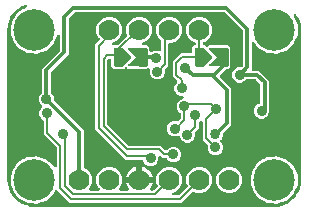
<source format=gbr>
G04 EAGLE Gerber RS-274X export*
G75*
%MOMM*%
%FSLAX34Y34*%
%LPD*%
%INBottom Copper*%
%IPPOS*%
%AMOC8*
5,1,8,0,0,1.08239X$1,22.5*%
G01*
%ADD10C,3.516000*%
%ADD11C,1.778000*%
%ADD12C,0.381000*%
%ADD13C,0.889000*%
%ADD14C,0.856400*%
%ADD15C,0.304800*%
%ADD16C,0.203200*%

G36*
X228622Y2543D02*
X228622Y2543D01*
X228700Y2545D01*
X232077Y2810D01*
X232145Y2824D01*
X232214Y2829D01*
X232370Y2869D01*
X238794Y4956D01*
X238901Y5006D01*
X239012Y5050D01*
X239063Y5083D01*
X239082Y5091D01*
X239097Y5104D01*
X239148Y5136D01*
X244612Y9107D01*
X244699Y9188D01*
X244746Y9227D01*
X244752Y9231D01*
X244753Y9233D01*
X244791Y9264D01*
X244829Y9310D01*
X244844Y9324D01*
X244855Y9342D01*
X244893Y9388D01*
X246586Y11717D01*
X246599Y11741D01*
X246616Y11761D01*
X246675Y11880D01*
X246739Y11996D01*
X246746Y12022D01*
X246758Y12046D01*
X246785Y12174D01*
X246799Y12185D01*
X246823Y12196D01*
X246925Y12281D01*
X247031Y12361D01*
X247048Y12381D01*
X247068Y12398D01*
X247171Y12522D01*
X248864Y14852D01*
X248921Y14956D01*
X248985Y15056D01*
X249007Y15113D01*
X249017Y15131D01*
X249022Y15151D01*
X249044Y15206D01*
X251131Y21630D01*
X251144Y21698D01*
X251167Y21764D01*
X251190Y21923D01*
X251455Y25300D01*
X251455Y25304D01*
X251456Y25307D01*
X251455Y25326D01*
X251459Y25400D01*
X251459Y152400D01*
X251457Y152422D01*
X251455Y152500D01*
X251190Y155877D01*
X251176Y155945D01*
X251171Y156014D01*
X251131Y156170D01*
X249044Y162594D01*
X248993Y162701D01*
X248950Y162812D01*
X248917Y162863D01*
X248909Y162882D01*
X248896Y162897D01*
X248864Y162948D01*
X247171Y165278D01*
X247153Y165297D01*
X247139Y165320D01*
X247044Y165413D01*
X246953Y165509D01*
X246931Y165524D01*
X246912Y165542D01*
X246797Y165609D01*
X246685Y165680D01*
X246659Y165688D01*
X246636Y165701D01*
X246508Y165737D01*
X246382Y165778D01*
X246356Y165780D01*
X246330Y165787D01*
X246197Y165790D01*
X246065Y165798D01*
X246039Y165793D01*
X246012Y165794D01*
X245883Y165764D01*
X245753Y165739D01*
X245728Y165727D01*
X245703Y165721D01*
X245585Y165660D01*
X245465Y165604D01*
X245444Y165587D01*
X245421Y165574D01*
X245322Y165485D01*
X245220Y165401D01*
X245204Y165380D01*
X245184Y165362D01*
X245110Y165251D01*
X245032Y165144D01*
X245023Y165119D01*
X245008Y165097D01*
X244964Y164972D01*
X244915Y164848D01*
X244912Y164822D01*
X244903Y164797D01*
X244892Y164665D01*
X244875Y164533D01*
X244878Y164506D01*
X244876Y164480D01*
X244898Y164349D01*
X244914Y164217D01*
X244924Y164192D01*
X244929Y164166D01*
X244985Y164015D01*
X245100Y163756D01*
X245179Y163626D01*
X245450Y162971D01*
X245455Y162962D01*
X245463Y162941D01*
X248292Y156586D01*
X248292Y148214D01*
X245463Y141859D01*
X245460Y141849D01*
X245450Y141829D01*
X245194Y141211D01*
X245175Y141187D01*
X245170Y141179D01*
X245168Y141175D01*
X245163Y141164D01*
X245100Y141044D01*
X244887Y140566D01*
X241053Y137114D01*
X241041Y137100D01*
X241005Y137068D01*
X239710Y135773D01*
X239641Y135745D01*
X239524Y135678D01*
X239404Y135615D01*
X239377Y135594D01*
X239365Y135587D01*
X239350Y135572D01*
X239278Y135515D01*
X238666Y134965D01*
X234502Y133612D01*
X234483Y133603D01*
X234409Y133577D01*
X232501Y132787D01*
X232165Y132787D01*
X232047Y132772D01*
X231929Y132765D01*
X231870Y132750D01*
X231850Y132747D01*
X231831Y132740D01*
X231773Y132725D01*
X230704Y132378D01*
X226876Y132780D01*
X226858Y132780D01*
X226743Y132787D01*
X224699Y132787D01*
X224151Y133014D01*
X224052Y133041D01*
X223957Y133077D01*
X223865Y133092D01*
X223844Y133098D01*
X223831Y133098D01*
X223798Y133104D01*
X222379Y133253D01*
X219415Y134964D01*
X219413Y134965D01*
X219410Y134967D01*
X219266Y135038D01*
X217490Y135773D01*
X216893Y136370D01*
X216826Y136422D01*
X216765Y136483D01*
X216651Y136558D01*
X216642Y136565D01*
X216638Y136567D01*
X216631Y136572D01*
X215129Y137439D01*
X213339Y139903D01*
X213326Y139917D01*
X213316Y139933D01*
X213209Y140054D01*
X211973Y141290D01*
X211739Y141856D01*
X211704Y141917D01*
X211678Y141982D01*
X211626Y142055D01*
X211581Y142133D01*
X211532Y142183D01*
X211492Y142239D01*
X211422Y142297D01*
X211360Y142361D01*
X211300Y142398D01*
X211247Y142442D01*
X211165Y142480D01*
X211089Y142527D01*
X211022Y142548D01*
X210959Y142578D01*
X210871Y142595D01*
X210785Y142621D01*
X210715Y142624D01*
X210646Y142637D01*
X210557Y142632D01*
X210467Y142636D01*
X210399Y142622D01*
X210329Y142618D01*
X210244Y142590D01*
X210156Y142572D01*
X210093Y142541D01*
X210027Y142520D01*
X209951Y142472D01*
X209870Y142432D01*
X209817Y142387D01*
X209758Y142350D01*
X209696Y142284D01*
X209628Y142226D01*
X209588Y142169D01*
X209540Y142118D01*
X209497Y142039D01*
X209445Y141966D01*
X209420Y141901D01*
X209386Y141839D01*
X209364Y141752D01*
X209332Y141668D01*
X209324Y141599D01*
X209307Y141531D01*
X209297Y141371D01*
X209297Y119126D01*
X209312Y119008D01*
X209319Y118889D01*
X209332Y118851D01*
X209337Y118810D01*
X209380Y118700D01*
X209417Y118587D01*
X209439Y118552D01*
X209454Y118515D01*
X209523Y118419D01*
X209587Y118318D01*
X209617Y118290D01*
X209640Y118257D01*
X209732Y118181D01*
X209819Y118100D01*
X209854Y118080D01*
X209885Y118055D01*
X209993Y118004D01*
X210097Y117946D01*
X210137Y117936D01*
X210173Y117919D01*
X210290Y117897D01*
X210405Y117867D01*
X210465Y117863D01*
X210485Y117859D01*
X210506Y117861D01*
X210566Y117857D01*
X215468Y117857D01*
X223902Y109423D01*
X223902Y86587D01*
X223903Y86578D01*
X223902Y86569D01*
X223923Y86420D01*
X223942Y86272D01*
X223945Y86263D01*
X223946Y86254D01*
X223998Y86102D01*
X224410Y85109D01*
X224410Y82531D01*
X223424Y80151D01*
X221601Y78328D01*
X219221Y77342D01*
X216643Y77342D01*
X214263Y78328D01*
X212440Y80151D01*
X211454Y82531D01*
X211454Y85109D01*
X212440Y87489D01*
X214263Y89312D01*
X216005Y90033D01*
X216030Y90048D01*
X216058Y90057D01*
X216168Y90126D01*
X216281Y90191D01*
X216302Y90211D01*
X216327Y90227D01*
X216416Y90322D01*
X216509Y90412D01*
X216525Y90437D01*
X216545Y90459D01*
X216608Y90572D01*
X216676Y90683D01*
X216684Y90711D01*
X216699Y90737D01*
X216731Y90863D01*
X216769Y90987D01*
X216771Y91017D01*
X216778Y91045D01*
X216788Y91206D01*
X216788Y105951D01*
X216776Y106049D01*
X216773Y106148D01*
X216756Y106206D01*
X216748Y106267D01*
X216712Y106359D01*
X216684Y106454D01*
X216654Y106506D01*
X216631Y106562D01*
X216573Y106642D01*
X216523Y106728D01*
X216457Y106803D01*
X216445Y106820D01*
X216435Y106827D01*
X216417Y106849D01*
X212894Y110372D01*
X212815Y110432D01*
X212743Y110500D01*
X212690Y110529D01*
X212642Y110566D01*
X212551Y110606D01*
X212465Y110654D01*
X212406Y110669D01*
X212350Y110693D01*
X212252Y110708D01*
X212157Y110733D01*
X212057Y110739D01*
X212036Y110743D01*
X212024Y110741D01*
X211996Y110743D01*
X205520Y110743D01*
X205422Y110731D01*
X205323Y110728D01*
X205264Y110711D01*
X205204Y110703D01*
X205112Y110667D01*
X205017Y110639D01*
X204965Y110609D01*
X204909Y110586D01*
X204829Y110528D01*
X204743Y110478D01*
X204668Y110412D01*
X204651Y110400D01*
X204644Y110390D01*
X204622Y110372D01*
X203059Y108808D01*
X200679Y107822D01*
X198101Y107822D01*
X195721Y108808D01*
X193898Y110631D01*
X192912Y113011D01*
X192912Y115589D01*
X193898Y117969D01*
X195721Y119792D01*
X198101Y120778D01*
X200312Y120778D01*
X200410Y120790D01*
X200509Y120793D01*
X200567Y120810D01*
X200628Y120818D01*
X200720Y120854D01*
X200815Y120882D01*
X200867Y120912D01*
X200923Y120935D01*
X201003Y120993D01*
X201089Y121043D01*
X201164Y121109D01*
X201181Y121121D01*
X201188Y121131D01*
X201210Y121150D01*
X201812Y121752D01*
X201872Y121830D01*
X201940Y121902D01*
X201969Y121955D01*
X202006Y122003D01*
X202046Y122093D01*
X202094Y122180D01*
X202109Y122239D01*
X202133Y122295D01*
X202148Y122393D01*
X202173Y122488D01*
X202179Y122588D01*
X202183Y122609D01*
X202181Y122621D01*
X202183Y122649D01*
X202183Y151036D01*
X202171Y151134D01*
X202168Y151233D01*
X202151Y151291D01*
X202143Y151352D01*
X202107Y151444D01*
X202079Y151539D01*
X202059Y151574D01*
X202056Y151582D01*
X202046Y151599D01*
X202026Y151647D01*
X201968Y151727D01*
X201918Y151813D01*
X201890Y151844D01*
X201886Y151851D01*
X201876Y151860D01*
X201852Y151888D01*
X201840Y151905D01*
X201830Y151912D01*
X201812Y151934D01*
X186859Y166887D01*
X186780Y166947D01*
X186708Y167015D01*
X186655Y167044D01*
X186607Y167081D01*
X186516Y167121D01*
X186430Y167169D01*
X186371Y167184D01*
X186315Y167208D01*
X186217Y167223D01*
X186122Y167248D01*
X186022Y167254D01*
X186001Y167258D01*
X185989Y167256D01*
X185961Y167258D01*
X60419Y167258D01*
X60321Y167246D01*
X60222Y167243D01*
X60164Y167226D01*
X60103Y167218D01*
X60011Y167182D01*
X59916Y167154D01*
X59864Y167124D01*
X59808Y167101D01*
X59728Y167043D01*
X59642Y166993D01*
X59567Y166927D01*
X59550Y166915D01*
X59543Y166905D01*
X59521Y166887D01*
X54728Y162094D01*
X54668Y162015D01*
X54600Y161943D01*
X54580Y161907D01*
X54556Y161878D01*
X54547Y161860D01*
X54534Y161842D01*
X54494Y161751D01*
X54446Y161665D01*
X54436Y161623D01*
X54420Y161590D01*
X54417Y161572D01*
X54407Y161550D01*
X54392Y161452D01*
X54367Y161357D01*
X54363Y161290D01*
X54360Y161277D01*
X54361Y161264D01*
X54361Y161257D01*
X54357Y161236D01*
X54359Y161224D01*
X54357Y161196D01*
X54357Y131877D01*
X39488Y117009D01*
X39428Y116930D01*
X39360Y116858D01*
X39331Y116805D01*
X39294Y116757D01*
X39254Y116666D01*
X39206Y116580D01*
X39191Y116521D01*
X39167Y116465D01*
X39152Y116367D01*
X39127Y116272D01*
X39121Y116172D01*
X39117Y116151D01*
X39119Y116139D01*
X39117Y116111D01*
X39117Y100110D01*
X39129Y100012D01*
X39132Y99913D01*
X39149Y99854D01*
X39157Y99794D01*
X39193Y99702D01*
X39221Y99607D01*
X39251Y99555D01*
X39274Y99499D01*
X39332Y99419D01*
X39382Y99333D01*
X39448Y99258D01*
X39460Y99241D01*
X39470Y99234D01*
X39488Y99212D01*
X41052Y97649D01*
X42038Y95269D01*
X42038Y93058D01*
X42050Y92960D01*
X42053Y92861D01*
X42070Y92803D01*
X42078Y92742D01*
X42114Y92650D01*
X42142Y92555D01*
X42172Y92503D01*
X42195Y92447D01*
X42253Y92367D01*
X42303Y92281D01*
X42369Y92206D01*
X42381Y92189D01*
X42391Y92182D01*
X42409Y92160D01*
X67057Y67513D01*
X67057Y36598D01*
X67060Y36568D01*
X67058Y36539D01*
X67080Y36411D01*
X67097Y36282D01*
X67107Y36255D01*
X67112Y36225D01*
X67166Y36107D01*
X67214Y35986D01*
X67231Y35962D01*
X67243Y35935D01*
X67324Y35834D01*
X67400Y35729D01*
X67423Y35710D01*
X67442Y35687D01*
X67545Y35609D01*
X67645Y35526D01*
X67672Y35514D01*
X67696Y35496D01*
X67840Y35425D01*
X69687Y34660D01*
X72760Y31587D01*
X74423Y27573D01*
X74423Y23227D01*
X72760Y19213D01*
X72098Y18550D01*
X72013Y18441D01*
X71924Y18334D01*
X71915Y18315D01*
X71903Y18299D01*
X71847Y18171D01*
X71788Y18046D01*
X71784Y18026D01*
X71776Y18007D01*
X71754Y17869D01*
X71728Y17733D01*
X71730Y17713D01*
X71726Y17693D01*
X71739Y17554D01*
X71748Y17416D01*
X71754Y17397D01*
X71756Y17377D01*
X71803Y17246D01*
X71846Y17114D01*
X71857Y17096D01*
X71864Y17077D01*
X71942Y16963D01*
X72016Y16845D01*
X72031Y16831D01*
X72042Y16814D01*
X72146Y16722D01*
X72248Y16627D01*
X72266Y16617D01*
X72281Y16604D01*
X72405Y16541D01*
X72526Y16473D01*
X72546Y16468D01*
X72564Y16459D01*
X72700Y16429D01*
X72834Y16394D01*
X72862Y16392D01*
X72874Y16389D01*
X72895Y16390D01*
X72995Y16384D01*
X79405Y16384D01*
X79543Y16401D01*
X79681Y16414D01*
X79700Y16421D01*
X79721Y16424D01*
X79850Y16475D01*
X79981Y16522D01*
X79997Y16533D01*
X80016Y16541D01*
X80128Y16622D01*
X80244Y16700D01*
X80257Y16716D01*
X80274Y16727D01*
X80362Y16835D01*
X80454Y16939D01*
X80463Y16957D01*
X80476Y16972D01*
X80536Y17098D01*
X80599Y17222D01*
X80603Y17242D01*
X80612Y17260D01*
X80638Y17397D01*
X80668Y17532D01*
X80668Y17553D01*
X80672Y17572D01*
X80663Y17711D01*
X80659Y17850D01*
X80653Y17870D01*
X80652Y17890D01*
X80609Y18022D01*
X80570Y18156D01*
X80560Y18173D01*
X80554Y18192D01*
X80480Y18310D01*
X80409Y18430D01*
X80390Y18451D01*
X80384Y18461D01*
X80369Y18475D01*
X80302Y18550D01*
X79640Y19213D01*
X77977Y23227D01*
X77977Y27573D01*
X79640Y31587D01*
X82713Y34660D01*
X86727Y36323D01*
X91073Y36323D01*
X95087Y34660D01*
X98160Y31587D01*
X99823Y27573D01*
X99823Y23227D01*
X98160Y19213D01*
X97498Y18550D01*
X97413Y18441D01*
X97324Y18334D01*
X97315Y18315D01*
X97303Y18299D01*
X97247Y18171D01*
X97188Y18046D01*
X97184Y18026D01*
X97176Y18007D01*
X97154Y17869D01*
X97128Y17733D01*
X97130Y17713D01*
X97126Y17693D01*
X97139Y17554D01*
X97148Y17416D01*
X97154Y17397D01*
X97156Y17377D01*
X97203Y17246D01*
X97246Y17114D01*
X97257Y17096D01*
X97264Y17077D01*
X97342Y16963D01*
X97416Y16845D01*
X97431Y16831D01*
X97442Y16814D01*
X97546Y16722D01*
X97648Y16627D01*
X97666Y16617D01*
X97681Y16604D01*
X97805Y16541D01*
X97926Y16473D01*
X97946Y16468D01*
X97964Y16459D01*
X98100Y16429D01*
X98234Y16394D01*
X98262Y16392D01*
X98274Y16389D01*
X98295Y16390D01*
X98395Y16384D01*
X104231Y16384D01*
X104270Y16389D01*
X104310Y16386D01*
X104427Y16409D01*
X104546Y16424D01*
X104583Y16438D01*
X104622Y16446D01*
X104730Y16497D01*
X104842Y16541D01*
X104874Y16564D01*
X104910Y16581D01*
X105002Y16657D01*
X105099Y16727D01*
X105124Y16758D01*
X105155Y16783D01*
X105226Y16880D01*
X105302Y16972D01*
X105319Y17008D01*
X105342Y17041D01*
X105387Y17152D01*
X105437Y17260D01*
X105445Y17299D01*
X105460Y17336D01*
X105475Y17455D01*
X105497Y17572D01*
X105495Y17612D01*
X105500Y17652D01*
X105485Y17770D01*
X105477Y17890D01*
X105465Y17928D01*
X105460Y17967D01*
X105416Y18079D01*
X105379Y18192D01*
X105358Y18226D01*
X105344Y18263D01*
X105257Y18399D01*
X104524Y19409D01*
X103707Y21012D01*
X103151Y22723D01*
X103123Y22901D01*
X113070Y22901D01*
X113188Y22916D01*
X113307Y22923D01*
X113345Y22935D01*
X113385Y22941D01*
X113496Y22984D01*
X113609Y23021D01*
X113643Y23043D01*
X113681Y23058D01*
X113777Y23127D01*
X113878Y23191D01*
X113906Y23221D01*
X113938Y23244D01*
X114014Y23336D01*
X114096Y23423D01*
X114115Y23458D01*
X114141Y23489D01*
X114192Y23597D01*
X114249Y23701D01*
X114259Y23741D01*
X114277Y23777D01*
X114297Y23884D01*
X114301Y23854D01*
X114345Y23744D01*
X114381Y23631D01*
X114403Y23596D01*
X114418Y23559D01*
X114488Y23462D01*
X114551Y23362D01*
X114581Y23334D01*
X114605Y23301D01*
X114696Y23225D01*
X114783Y23144D01*
X114818Y23124D01*
X114850Y23099D01*
X114957Y23048D01*
X115062Y22990D01*
X115101Y22980D01*
X115137Y22963D01*
X115254Y22941D01*
X115370Y22911D01*
X115430Y22907D01*
X115450Y22903D01*
X115470Y22905D01*
X115530Y22901D01*
X125477Y22901D01*
X125449Y22723D01*
X124893Y21012D01*
X124076Y19409D01*
X123343Y18399D01*
X123324Y18364D01*
X123298Y18334D01*
X123247Y18225D01*
X123189Y18120D01*
X123179Y18082D01*
X123163Y18046D01*
X123140Y17928D01*
X123110Y17812D01*
X123110Y17773D01*
X123103Y17733D01*
X123110Y17614D01*
X123110Y17494D01*
X123120Y17456D01*
X123123Y17416D01*
X123159Y17303D01*
X123189Y17186D01*
X123208Y17151D01*
X123221Y17114D01*
X123285Y17012D01*
X123342Y16908D01*
X123369Y16879D01*
X123391Y16845D01*
X123478Y16763D01*
X123560Y16676D01*
X123593Y16654D01*
X123622Y16627D01*
X123727Y16569D01*
X123828Y16505D01*
X123866Y16493D01*
X123901Y16473D01*
X124017Y16444D01*
X124131Y16406D01*
X124170Y16404D01*
X124209Y16394D01*
X124369Y16384D01*
X125846Y16384D01*
X125945Y16396D01*
X126044Y16399D01*
X126102Y16416D01*
X126162Y16424D01*
X126254Y16460D01*
X126349Y16488D01*
X126401Y16518D01*
X126458Y16541D01*
X126538Y16599D01*
X126623Y16649D01*
X126698Y16715D01*
X126715Y16727D01*
X126723Y16737D01*
X126744Y16755D01*
X129478Y19489D01*
X129496Y19513D01*
X129518Y19532D01*
X129593Y19638D01*
X129673Y19740D01*
X129684Y19768D01*
X129701Y19792D01*
X129747Y19913D01*
X129799Y20032D01*
X129804Y20061D01*
X129814Y20089D01*
X129828Y20218D01*
X129849Y20346D01*
X129846Y20376D01*
X129849Y20405D01*
X129831Y20534D01*
X129819Y20663D01*
X129809Y20691D01*
X129805Y20720D01*
X129753Y20872D01*
X128777Y23227D01*
X128777Y27573D01*
X130440Y31587D01*
X133513Y34660D01*
X137527Y36323D01*
X141873Y36323D01*
X145887Y34660D01*
X148960Y31587D01*
X150623Y27573D01*
X150623Y23227D01*
X148960Y19213D01*
X145887Y16140D01*
X142559Y14762D01*
X142498Y14727D01*
X142434Y14701D01*
X142361Y14649D01*
X142283Y14604D01*
X142233Y14555D01*
X142176Y14515D01*
X142119Y14445D01*
X142054Y14383D01*
X142018Y14323D01*
X141973Y14270D01*
X141935Y14188D01*
X141888Y14112D01*
X141868Y14045D01*
X141838Y13982D01*
X141821Y13894D01*
X141795Y13808D01*
X141791Y13738D01*
X141778Y13669D01*
X141784Y13580D01*
X141779Y13490D01*
X141794Y13422D01*
X141798Y13352D01*
X141826Y13267D01*
X141844Y13179D01*
X141874Y13116D01*
X141896Y13050D01*
X141944Y12974D01*
X141983Y12893D01*
X142029Y12840D01*
X142066Y12781D01*
X142131Y12719D01*
X142190Y12651D01*
X142247Y12611D01*
X142298Y12563D01*
X142376Y12520D01*
X142450Y12468D01*
X142515Y12443D01*
X142576Y12409D01*
X142663Y12387D01*
X142747Y12355D01*
X142817Y12347D01*
X142884Y12330D01*
X143045Y12320D01*
X147182Y12320D01*
X147281Y12332D01*
X147380Y12335D01*
X147438Y12352D01*
X147498Y12360D01*
X147590Y12396D01*
X147685Y12424D01*
X147737Y12454D01*
X147794Y12477D01*
X147874Y12535D01*
X147959Y12585D01*
X148034Y12651D01*
X148051Y12663D01*
X148059Y12673D01*
X148080Y12691D01*
X154878Y19489D01*
X154896Y19513D01*
X154918Y19532D01*
X154993Y19638D01*
X155073Y19740D01*
X155084Y19768D01*
X155101Y19792D01*
X155147Y19913D01*
X155199Y20032D01*
X155204Y20061D01*
X155214Y20089D01*
X155228Y20218D01*
X155249Y20346D01*
X155246Y20376D01*
X155249Y20405D01*
X155231Y20534D01*
X155219Y20663D01*
X155209Y20691D01*
X155205Y20720D01*
X155153Y20872D01*
X154177Y23227D01*
X154177Y27573D01*
X155840Y31587D01*
X158913Y34660D01*
X162927Y36323D01*
X167273Y36323D01*
X171287Y34660D01*
X174360Y31587D01*
X176023Y27573D01*
X176023Y23227D01*
X174360Y19213D01*
X171287Y16140D01*
X167273Y14477D01*
X162927Y14477D01*
X160572Y15453D01*
X160544Y15461D01*
X160518Y15474D01*
X160391Y15502D01*
X160266Y15537D01*
X160236Y15537D01*
X160207Y15544D01*
X160078Y15540D01*
X159948Y15542D01*
X159919Y15535D01*
X159889Y15534D01*
X159765Y15498D01*
X159638Y15468D01*
X159612Y15454D01*
X159584Y15446D01*
X159472Y15380D01*
X159357Y15319D01*
X159335Y15299D01*
X159310Y15284D01*
X159189Y15178D01*
X152391Y8380D01*
X150234Y6222D01*
X55184Y6222D01*
X44889Y16518D01*
X44863Y16538D01*
X44841Y16563D01*
X44737Y16635D01*
X44637Y16713D01*
X44607Y16726D01*
X44580Y16745D01*
X44462Y16789D01*
X44346Y16839D01*
X44313Y16844D01*
X44282Y16856D01*
X44156Y16869D01*
X44032Y16889D01*
X43999Y16886D01*
X43966Y16889D01*
X43841Y16871D01*
X43715Y16859D01*
X43684Y16848D01*
X43651Y16843D01*
X43535Y16794D01*
X43416Y16752D01*
X43388Y16733D01*
X43358Y16720D01*
X43257Y16644D01*
X43152Y16573D01*
X43131Y16548D01*
X43104Y16528D01*
X43026Y16429D01*
X42942Y16335D01*
X42927Y16305D01*
X42906Y16279D01*
X42832Y16137D01*
X42263Y14859D01*
X42260Y14849D01*
X42250Y14829D01*
X41994Y14211D01*
X41975Y14187D01*
X41970Y14179D01*
X41968Y14175D01*
X41963Y14164D01*
X41900Y14044D01*
X41687Y13566D01*
X37853Y10114D01*
X37841Y10100D01*
X37805Y10068D01*
X36510Y8773D01*
X36441Y8745D01*
X36324Y8678D01*
X36204Y8615D01*
X36177Y8594D01*
X36165Y8587D01*
X36150Y8572D01*
X36078Y8515D01*
X35466Y7965D01*
X31302Y6612D01*
X31283Y6603D01*
X31209Y6577D01*
X29301Y5787D01*
X28965Y5787D01*
X28847Y5772D01*
X28729Y5765D01*
X28670Y5750D01*
X28650Y5747D01*
X28631Y5740D01*
X28573Y5725D01*
X27504Y5378D01*
X23676Y5780D01*
X23658Y5780D01*
X23543Y5787D01*
X21499Y5787D01*
X20951Y6014D01*
X20852Y6041D01*
X20757Y6077D01*
X20665Y6092D01*
X20644Y6098D01*
X20631Y6098D01*
X20598Y6104D01*
X19416Y6228D01*
X19390Y6227D01*
X19364Y6232D01*
X19231Y6224D01*
X19173Y6223D01*
X19147Y6250D01*
X19125Y6265D01*
X19106Y6283D01*
X18972Y6372D01*
X16215Y7964D01*
X16213Y7965D01*
X16210Y7967D01*
X16066Y8038D01*
X14290Y8773D01*
X13693Y9370D01*
X13626Y9422D01*
X13565Y9483D01*
X13451Y9558D01*
X13442Y9565D01*
X13438Y9567D01*
X13431Y9572D01*
X11929Y10439D01*
X10139Y12903D01*
X10126Y12917D01*
X10116Y12933D01*
X10009Y13054D01*
X8773Y14290D01*
X8357Y15296D01*
X8322Y15356D01*
X8297Y15420D01*
X8211Y15556D01*
X7008Y17211D01*
X6447Y19849D01*
X6436Y19883D01*
X6431Y19919D01*
X6379Y20071D01*
X5787Y21499D01*
X5787Y22822D01*
X5781Y22874D01*
X5783Y22926D01*
X5760Y23086D01*
X5268Y25400D01*
X5760Y27714D01*
X5764Y27767D01*
X5777Y27817D01*
X5787Y27978D01*
X5787Y29301D01*
X6379Y30729D01*
X6388Y30763D01*
X6404Y30795D01*
X6447Y30951D01*
X7008Y33589D01*
X8211Y35244D01*
X8244Y35305D01*
X8286Y35360D01*
X8357Y35504D01*
X8773Y36510D01*
X10009Y37746D01*
X10021Y37761D01*
X10036Y37773D01*
X10139Y37897D01*
X11929Y40361D01*
X13431Y41228D01*
X13499Y41280D01*
X13573Y41324D01*
X13675Y41414D01*
X13684Y41421D01*
X13687Y41424D01*
X13693Y41430D01*
X14290Y42027D01*
X16066Y42762D01*
X16068Y42764D01*
X16071Y42764D01*
X16215Y42836D01*
X19179Y44547D01*
X20598Y44696D01*
X20698Y44720D01*
X20799Y44734D01*
X20887Y44764D01*
X20908Y44769D01*
X20920Y44775D01*
X20951Y44786D01*
X21499Y45013D01*
X23543Y45013D01*
X23560Y45015D01*
X23676Y45020D01*
X27504Y45422D01*
X28573Y45075D01*
X28690Y45053D01*
X28805Y45023D01*
X28865Y45019D01*
X28885Y45015D01*
X28906Y45017D01*
X28965Y45013D01*
X29301Y45013D01*
X31209Y44222D01*
X31230Y44217D01*
X31303Y44188D01*
X35466Y42835D01*
X36078Y42285D01*
X36189Y42207D01*
X36297Y42126D01*
X36327Y42111D01*
X36339Y42103D01*
X36359Y42096D01*
X36441Y42055D01*
X36510Y42027D01*
X37805Y40732D01*
X37819Y40721D01*
X37853Y40686D01*
X41687Y37234D01*
X41893Y36771D01*
X41921Y36725D01*
X41941Y36676D01*
X42003Y36590D01*
X42058Y36499D01*
X42096Y36461D01*
X42127Y36418D01*
X42209Y36350D01*
X42285Y36276D01*
X42331Y36250D01*
X42372Y36216D01*
X42469Y36170D01*
X42561Y36117D01*
X42612Y36103D01*
X42660Y36080D01*
X42764Y36060D01*
X42867Y36031D01*
X42920Y36030D01*
X42973Y36020D01*
X43078Y36027D01*
X43185Y36025D01*
X43237Y36037D01*
X43290Y36040D01*
X43391Y36073D01*
X43495Y36097D01*
X43542Y36122D01*
X43592Y36138D01*
X43682Y36195D01*
X43777Y36244D01*
X43816Y36280D01*
X43861Y36308D01*
X43934Y36386D01*
X44013Y36457D01*
X44043Y36501D01*
X44079Y36540D01*
X44130Y36633D01*
X44189Y36721D01*
X44207Y36772D01*
X44233Y36818D01*
X44259Y36921D01*
X44294Y37022D01*
X44299Y37075D01*
X44312Y37126D01*
X44322Y37287D01*
X44322Y52440D01*
X44310Y52539D01*
X44307Y52638D01*
X44290Y52696D01*
X44282Y52756D01*
X44246Y52848D01*
X44218Y52943D01*
X44188Y52995D01*
X44165Y53052D01*
X44107Y53132D01*
X44057Y53217D01*
X43991Y53292D01*
X43979Y53309D01*
X43969Y53317D01*
X43951Y53338D01*
X33146Y64142D01*
X33146Y75318D01*
X33143Y75348D01*
X33145Y75377D01*
X33123Y75505D01*
X33106Y75634D01*
X33096Y75661D01*
X33090Y75691D01*
X33037Y75809D01*
X32989Y75930D01*
X32972Y75953D01*
X32960Y75980D01*
X32879Y76082D01*
X32803Y76187D01*
X32780Y76206D01*
X32761Y76229D01*
X32657Y76307D01*
X32568Y76381D01*
X30703Y78246D01*
X29717Y80626D01*
X29717Y83204D01*
X30703Y85584D01*
X31852Y86732D01*
X31925Y86827D01*
X32003Y86916D01*
X32022Y86952D01*
X32047Y86984D01*
X32094Y87093D01*
X32148Y87199D01*
X32157Y87238D01*
X32173Y87276D01*
X32192Y87393D01*
X32218Y87509D01*
X32216Y87550D01*
X32223Y87590D01*
X32212Y87708D01*
X32208Y87827D01*
X32197Y87866D01*
X32193Y87906D01*
X32153Y88019D01*
X32120Y88133D01*
X32099Y88167D01*
X32085Y88206D01*
X32018Y88304D01*
X31958Y88407D01*
X31918Y88452D01*
X31907Y88469D01*
X31891Y88482D01*
X31852Y88527D01*
X30068Y90311D01*
X29082Y92691D01*
X29082Y95269D01*
X30068Y97649D01*
X31632Y99212D01*
X31692Y99291D01*
X31760Y99363D01*
X31789Y99416D01*
X31826Y99464D01*
X31866Y99555D01*
X31914Y99641D01*
X31929Y99700D01*
X31953Y99756D01*
X31968Y99854D01*
X31993Y99949D01*
X31999Y100049D01*
X32003Y100070D01*
X32001Y100082D01*
X32003Y100110D01*
X32003Y119583D01*
X46872Y134451D01*
X46932Y134530D01*
X47000Y134602D01*
X47029Y134655D01*
X47066Y134703D01*
X47106Y134794D01*
X47154Y134880D01*
X47169Y134939D01*
X47193Y134995D01*
X47208Y135093D01*
X47233Y135188D01*
X47239Y135288D01*
X47243Y135309D01*
X47241Y135321D01*
X47243Y135349D01*
X47243Y147074D01*
X47237Y147127D01*
X47239Y147180D01*
X47217Y147284D01*
X47203Y147389D01*
X47184Y147439D01*
X47173Y147491D01*
X47126Y147586D01*
X47086Y147685D01*
X47055Y147728D01*
X47031Y147776D01*
X46962Y147856D01*
X46900Y147942D01*
X46858Y147976D01*
X46824Y148017D01*
X46737Y148077D01*
X46655Y148145D01*
X46606Y148168D01*
X46563Y148198D01*
X46463Y148235D01*
X46367Y148281D01*
X46315Y148291D01*
X46265Y148309D01*
X46159Y148320D01*
X46055Y148340D01*
X46001Y148337D01*
X45949Y148343D01*
X45843Y148327D01*
X45737Y148321D01*
X45687Y148304D01*
X45634Y148297D01*
X45536Y148255D01*
X45435Y148223D01*
X45390Y148194D01*
X45341Y148174D01*
X45256Y148109D01*
X45166Y148052D01*
X45129Y148014D01*
X45087Y147982D01*
X45021Y147898D01*
X44948Y147821D01*
X44922Y147774D01*
X44889Y147733D01*
X44814Y147590D01*
X42263Y141859D01*
X42260Y141849D01*
X42250Y141828D01*
X41994Y141211D01*
X41975Y141187D01*
X41970Y141179D01*
X41968Y141175D01*
X41963Y141165D01*
X41900Y141044D01*
X41687Y140566D01*
X37853Y137114D01*
X37841Y137100D01*
X37804Y137068D01*
X36510Y135773D01*
X36441Y135745D01*
X36324Y135678D01*
X36204Y135615D01*
X36177Y135594D01*
X36165Y135587D01*
X36149Y135572D01*
X36078Y135515D01*
X35466Y134965D01*
X31302Y133612D01*
X31283Y133603D01*
X31209Y133577D01*
X29301Y132787D01*
X28965Y132787D01*
X28848Y132772D01*
X28729Y132765D01*
X28670Y132750D01*
X28650Y132747D01*
X28631Y132740D01*
X28573Y132725D01*
X27504Y132378D01*
X23676Y132780D01*
X23658Y132780D01*
X23543Y132787D01*
X21499Y132787D01*
X20951Y133014D01*
X20853Y133041D01*
X20757Y133077D01*
X20665Y133092D01*
X20644Y133098D01*
X20631Y133098D01*
X20598Y133104D01*
X19179Y133253D01*
X16215Y134964D01*
X16212Y134965D01*
X16210Y134967D01*
X16066Y135038D01*
X14290Y135773D01*
X13693Y136370D01*
X13626Y136422D01*
X13565Y136483D01*
X13451Y136558D01*
X13442Y136565D01*
X13438Y136567D01*
X13431Y136572D01*
X11929Y137439D01*
X10139Y139903D01*
X10126Y139917D01*
X10116Y139933D01*
X10009Y140054D01*
X8773Y141290D01*
X8357Y142296D01*
X8322Y142356D01*
X8297Y142420D01*
X8211Y142556D01*
X7008Y144211D01*
X6447Y146850D01*
X6436Y146883D01*
X6431Y146919D01*
X6379Y147071D01*
X5787Y148499D01*
X5787Y149822D01*
X5781Y149874D01*
X5783Y149926D01*
X5760Y150086D01*
X5268Y152400D01*
X5760Y154714D01*
X5764Y154767D01*
X5777Y154818D01*
X5787Y154978D01*
X5787Y156301D01*
X6379Y157729D01*
X6388Y157763D01*
X6404Y157795D01*
X6447Y157950D01*
X7008Y160589D01*
X8211Y162244D01*
X8244Y162305D01*
X8286Y162360D01*
X8357Y162504D01*
X8773Y163510D01*
X10009Y164746D01*
X10021Y164761D01*
X10036Y164773D01*
X10139Y164897D01*
X11929Y167361D01*
X13431Y168228D01*
X13499Y168280D01*
X13573Y168324D01*
X13675Y168414D01*
X13684Y168421D01*
X13687Y168424D01*
X13693Y168430D01*
X14290Y169027D01*
X16066Y169762D01*
X16068Y169764D01*
X16070Y169764D01*
X16215Y169836D01*
X18972Y171428D01*
X18993Y171444D01*
X19017Y171455D01*
X19119Y171540D01*
X19225Y171620D01*
X19242Y171641D01*
X19262Y171658D01*
X19340Y171765D01*
X19423Y171869D01*
X19434Y171893D01*
X19449Y171915D01*
X19498Y172038D01*
X19552Y172160D01*
X19557Y172186D01*
X19566Y172211D01*
X19583Y172342D01*
X19605Y172473D01*
X19603Y172500D01*
X19606Y172526D01*
X19590Y172657D01*
X19579Y172790D01*
X19570Y172815D01*
X19567Y172842D01*
X19518Y172965D01*
X19474Y173090D01*
X19460Y173113D01*
X19450Y173137D01*
X19372Y173245D01*
X19299Y173355D01*
X19279Y173373D01*
X19263Y173395D01*
X19161Y173480D01*
X19062Y173568D01*
X19039Y173581D01*
X19018Y173598D01*
X18898Y173655D01*
X18781Y173716D01*
X18755Y173722D01*
X18731Y173733D01*
X18600Y173758D01*
X18471Y173789D01*
X18445Y173788D01*
X18418Y173793D01*
X18286Y173785D01*
X18153Y173783D01*
X18127Y173775D01*
X18101Y173774D01*
X17945Y173734D01*
X15206Y172844D01*
X15099Y172794D01*
X14988Y172750D01*
X14937Y172717D01*
X14918Y172709D01*
X14903Y172696D01*
X14852Y172664D01*
X9388Y168693D01*
X9301Y168612D01*
X9209Y168536D01*
X9171Y168490D01*
X9156Y168476D01*
X9145Y168458D01*
X9107Y168412D01*
X5136Y162948D01*
X5079Y162844D01*
X5015Y162744D01*
X4993Y162687D01*
X4983Y162669D01*
X4978Y162649D01*
X4956Y162594D01*
X2869Y156170D01*
X2856Y156102D01*
X2833Y156036D01*
X2810Y155877D01*
X2545Y152500D01*
X2546Y152478D01*
X2541Y152400D01*
X2541Y25400D01*
X2543Y25378D01*
X2545Y25300D01*
X2810Y21923D01*
X2824Y21855D01*
X2829Y21786D01*
X2869Y21630D01*
X4956Y15206D01*
X5006Y15099D01*
X5050Y14988D01*
X5083Y14937D01*
X5091Y14918D01*
X5104Y14903D01*
X5136Y14852D01*
X9107Y9388D01*
X9127Y9366D01*
X9138Y9348D01*
X9184Y9305D01*
X9188Y9301D01*
X9264Y9209D01*
X9310Y9171D01*
X9324Y9156D01*
X9342Y9145D01*
X9388Y9107D01*
X14852Y5136D01*
X14956Y5079D01*
X15056Y5015D01*
X15113Y4993D01*
X15131Y4983D01*
X15151Y4978D01*
X15206Y4956D01*
X17945Y4066D01*
X17971Y4061D01*
X17996Y4051D01*
X18127Y4031D01*
X18257Y4006D01*
X18284Y4008D01*
X18310Y4004D01*
X18441Y4018D01*
X18455Y4008D01*
X18474Y3989D01*
X18585Y3917D01*
X18694Y3842D01*
X18719Y3832D01*
X18742Y3818D01*
X18891Y3759D01*
X21630Y2869D01*
X21698Y2856D01*
X21764Y2833D01*
X21923Y2810D01*
X25300Y2545D01*
X25322Y2546D01*
X25400Y2541D01*
X228600Y2541D01*
X228622Y2543D01*
G37*
%LPC*%
G36*
X177250Y46608D02*
X177250Y46608D01*
X174870Y47594D01*
X173047Y49417D01*
X172061Y51797D01*
X172061Y54458D01*
X172078Y54518D01*
X172078Y54548D01*
X172085Y54577D01*
X172081Y54706D01*
X172083Y54836D01*
X172076Y54865D01*
X172075Y54895D01*
X172039Y55019D01*
X172009Y55145D01*
X171995Y55171D01*
X171987Y55200D01*
X171921Y55312D01*
X171860Y55426D01*
X171840Y55448D01*
X171825Y55474D01*
X171719Y55595D01*
X169924Y57390D01*
X167766Y59547D01*
X167766Y74055D01*
X167749Y74193D01*
X167736Y74331D01*
X167729Y74350D01*
X167726Y74371D01*
X167675Y74500D01*
X167628Y74631D01*
X167617Y74648D01*
X167609Y74666D01*
X167528Y74779D01*
X167450Y74894D01*
X167434Y74907D01*
X167423Y74924D01*
X167315Y75012D01*
X167211Y75104D01*
X167193Y75114D01*
X167178Y75126D01*
X167052Y75186D01*
X166928Y75249D01*
X166908Y75253D01*
X166890Y75262D01*
X166754Y75288D01*
X166618Y75319D01*
X166597Y75318D01*
X166578Y75322D01*
X166439Y75313D01*
X166300Y75309D01*
X166280Y75303D01*
X166260Y75302D01*
X166128Y75259D01*
X165994Y75221D01*
X165977Y75210D01*
X165958Y75204D01*
X165840Y75130D01*
X165720Y75059D01*
X165699Y75040D01*
X165689Y75034D01*
X165675Y75019D01*
X165599Y74953D01*
X165360Y74713D01*
X165306Y74682D01*
X165285Y74662D01*
X165260Y74646D01*
X165171Y74551D01*
X165078Y74461D01*
X165062Y74436D01*
X165042Y74414D01*
X164979Y74301D01*
X164911Y74190D01*
X164903Y74162D01*
X164888Y74136D01*
X164856Y74010D01*
X164818Y73886D01*
X164816Y73857D01*
X164809Y73828D01*
X164799Y73667D01*
X164799Y69047D01*
X162641Y66890D01*
X162641Y66889D01*
X161760Y66009D01*
X161742Y65985D01*
X161719Y65966D01*
X161645Y65860D01*
X161565Y65758D01*
X161554Y65730D01*
X161536Y65706D01*
X161491Y65585D01*
X161439Y65466D01*
X161434Y65436D01*
X161424Y65408D01*
X161410Y65280D01*
X161389Y65152D01*
X161392Y65122D01*
X161389Y65092D01*
X161407Y64964D01*
X161418Y64849D01*
X161418Y62211D01*
X160432Y59831D01*
X158609Y58008D01*
X156229Y57022D01*
X153651Y57022D01*
X151271Y58008D01*
X149448Y59831D01*
X148480Y62170D01*
X148421Y62273D01*
X148368Y62380D01*
X148342Y62411D01*
X148322Y62446D01*
X148239Y62531D01*
X148162Y62622D01*
X148129Y62645D01*
X148101Y62674D01*
X147999Y62736D01*
X147902Y62805D01*
X147864Y62819D01*
X147830Y62840D01*
X147716Y62875D01*
X147605Y62918D01*
X147564Y62922D01*
X147526Y62934D01*
X147407Y62940D01*
X147289Y62953D01*
X147248Y62947D01*
X147208Y62949D01*
X147092Y62925D01*
X146974Y62909D01*
X146917Y62889D01*
X146897Y62885D01*
X146878Y62876D01*
X146821Y62856D01*
X145388Y62263D01*
X142811Y62263D01*
X140430Y63249D01*
X138608Y65071D01*
X137622Y67452D01*
X137622Y70029D01*
X138608Y72410D01*
X140430Y74232D01*
X142811Y75218D01*
X145388Y75218D01*
X146123Y74914D01*
X146152Y74906D01*
X146178Y74892D01*
X146304Y74864D01*
X146430Y74830D01*
X146459Y74829D01*
X146488Y74823D01*
X146618Y74827D01*
X146748Y74825D01*
X146776Y74832D01*
X146806Y74832D01*
X146931Y74869D01*
X147057Y74899D01*
X147083Y74913D01*
X147111Y74921D01*
X147223Y74987D01*
X147338Y75048D01*
X147360Y75067D01*
X147385Y75082D01*
X147506Y75189D01*
X148980Y76662D01*
X149040Y76740D01*
X149108Y76813D01*
X149137Y76866D01*
X149174Y76913D01*
X149214Y77004D01*
X149262Y77091D01*
X149277Y77150D01*
X149301Y77205D01*
X149316Y77303D01*
X149341Y77399D01*
X149347Y77499D01*
X149351Y77519D01*
X149349Y77532D01*
X149351Y77560D01*
X149351Y81033D01*
X149348Y81063D01*
X149350Y81092D01*
X149328Y81220D01*
X149311Y81349D01*
X149301Y81376D01*
X149295Y81406D01*
X149242Y81524D01*
X149194Y81645D01*
X149177Y81668D01*
X149165Y81695D01*
X149084Y81797D01*
X149008Y81902D01*
X148985Y81921D01*
X148966Y81944D01*
X148862Y82022D01*
X148773Y82096D01*
X146908Y83961D01*
X145922Y86341D01*
X145922Y88919D01*
X146908Y91299D01*
X148731Y93122D01*
X151038Y94077D01*
X151099Y94112D01*
X151164Y94138D01*
X151236Y94190D01*
X151315Y94235D01*
X151365Y94283D01*
X151421Y94324D01*
X151478Y94394D01*
X151543Y94456D01*
X151579Y94516D01*
X151624Y94569D01*
X151662Y94651D01*
X151709Y94727D01*
X151730Y94794D01*
X151759Y94857D01*
X151776Y94945D01*
X151803Y95031D01*
X151806Y95101D01*
X151819Y95170D01*
X151814Y95259D01*
X151818Y95349D01*
X151804Y95417D01*
X151799Y95487D01*
X151772Y95572D01*
X151754Y95660D01*
X151723Y95723D01*
X151701Y95789D01*
X151653Y95865D01*
X151614Y95946D01*
X151569Y95999D01*
X151531Y96058D01*
X151466Y96120D01*
X151408Y96188D01*
X151351Y96228D01*
X151300Y96276D01*
X151221Y96319D01*
X151148Y96371D01*
X151082Y96396D01*
X151021Y96430D01*
X150934Y96452D01*
X150850Y96484D01*
X150781Y96492D01*
X150713Y96509D01*
X150553Y96519D01*
X149206Y96519D01*
X146826Y97505D01*
X145003Y99328D01*
X144017Y101708D01*
X144017Y104286D01*
X145003Y106666D01*
X146194Y107857D01*
X146267Y107951D01*
X146346Y108041D01*
X146365Y108077D01*
X146389Y108109D01*
X146437Y108218D01*
X146491Y108324D01*
X146500Y108363D01*
X146516Y108400D01*
X146534Y108518D01*
X146560Y108634D01*
X146559Y108675D01*
X146566Y108715D01*
X146554Y108833D01*
X146551Y108952D01*
X146540Y108991D01*
X146536Y109031D01*
X146495Y109143D01*
X146462Y109258D01*
X146442Y109292D01*
X146428Y109330D01*
X146361Y109429D01*
X146301Y109531D01*
X146261Y109577D01*
X146250Y109594D01*
X146234Y109607D01*
X146194Y109652D01*
X144651Y111196D01*
X142493Y113353D01*
X142493Y125850D01*
X149232Y132589D01*
X157988Y132589D01*
X158106Y132604D01*
X158225Y132611D01*
X158263Y132624D01*
X158304Y132629D01*
X158414Y132672D01*
X158527Y132709D01*
X158562Y132731D01*
X158599Y132746D01*
X158695Y132815D01*
X158796Y132879D01*
X158824Y132909D01*
X158857Y132932D01*
X158933Y133024D01*
X159014Y133111D01*
X159034Y133146D01*
X159059Y133177D01*
X159110Y133285D01*
X159168Y133389D01*
X159178Y133429D01*
X159195Y133465D01*
X159217Y133582D01*
X159247Y133697D01*
X159251Y133757D01*
X159255Y133777D01*
X159253Y133798D01*
X159257Y133858D01*
X159257Y137222D01*
X159271Y137275D01*
X159277Y137375D01*
X159281Y137396D01*
X159279Y137408D01*
X159281Y137436D01*
X159281Y137669D01*
X161113Y139501D01*
X161208Y139538D01*
X161321Y139575D01*
X161356Y139597D01*
X161393Y139612D01*
X161489Y139681D01*
X161590Y139745D01*
X161618Y139775D01*
X161651Y139798D01*
X161727Y139890D01*
X161808Y139977D01*
X161828Y140012D01*
X161853Y140043D01*
X161904Y140151D01*
X161962Y140255D01*
X161972Y140295D01*
X161989Y140331D01*
X162011Y140448D01*
X162041Y140563D01*
X162045Y140623D01*
X162049Y140643D01*
X162047Y140664D01*
X162051Y140724D01*
X162051Y140992D01*
X162048Y141021D01*
X162050Y141051D01*
X162028Y141179D01*
X162011Y141308D01*
X162001Y141335D01*
X161996Y141364D01*
X161942Y141483D01*
X161894Y141603D01*
X161877Y141627D01*
X161865Y141654D01*
X161784Y141756D01*
X161708Y141861D01*
X161685Y141879D01*
X161666Y141903D01*
X161563Y141981D01*
X161463Y142063D01*
X161436Y142076D01*
X161412Y142094D01*
X161268Y142165D01*
X158913Y143140D01*
X155840Y146213D01*
X154177Y150227D01*
X154177Y154573D01*
X155840Y158587D01*
X158913Y161660D01*
X162927Y163323D01*
X167273Y163323D01*
X171287Y161660D01*
X174360Y158587D01*
X176023Y154573D01*
X176023Y150227D01*
X174360Y146213D01*
X171287Y143140D01*
X168932Y142165D01*
X168907Y142150D01*
X168879Y142141D01*
X168769Y142072D01*
X168656Y142007D01*
X168635Y141987D01*
X168610Y141971D01*
X168521Y141876D01*
X168428Y141786D01*
X168412Y141761D01*
X168392Y141739D01*
X168329Y141625D01*
X168261Y141515D01*
X168253Y141487D01*
X168238Y141461D01*
X168206Y141335D01*
X168168Y141211D01*
X168166Y141181D01*
X168159Y141153D01*
X168149Y140992D01*
X168149Y140724D01*
X168164Y140606D01*
X168171Y140487D01*
X168184Y140449D01*
X168189Y140408D01*
X168232Y140298D01*
X168269Y140185D01*
X168291Y140150D01*
X168306Y140113D01*
X168375Y140017D01*
X168439Y139916D01*
X168469Y139888D01*
X168492Y139855D01*
X168584Y139779D01*
X168671Y139698D01*
X168706Y139678D01*
X168737Y139653D01*
X168845Y139602D01*
X168949Y139544D01*
X168989Y139534D01*
X169025Y139517D01*
X169142Y139495D01*
X169257Y139465D01*
X169300Y139462D01*
X170366Y138396D01*
X170451Y138331D01*
X170530Y138258D01*
X170576Y138233D01*
X170618Y138201D01*
X170716Y138159D01*
X170810Y138108D01*
X170861Y138096D01*
X170909Y138075D01*
X171015Y138058D01*
X171119Y138033D01*
X171172Y138033D01*
X171223Y138025D01*
X171330Y138035D01*
X171437Y138036D01*
X171488Y138050D01*
X171540Y138055D01*
X171641Y138091D01*
X171744Y138119D01*
X171790Y138145D01*
X171839Y138163D01*
X171928Y138223D01*
X172021Y138275D01*
X172084Y138329D01*
X172103Y138341D01*
X172113Y138353D01*
X172144Y138379D01*
X172346Y138573D01*
X172350Y138579D01*
X172363Y138590D01*
X173251Y139479D01*
X174507Y139455D01*
X174514Y139456D01*
X174531Y139455D01*
X189453Y139455D01*
X191239Y137669D01*
X191239Y137436D01*
X191251Y137338D01*
X191254Y137239D01*
X191263Y137209D01*
X191263Y121858D01*
X191249Y121805D01*
X191243Y121705D01*
X191239Y121684D01*
X191241Y121672D01*
X191239Y121644D01*
X191239Y121411D01*
X189453Y119625D01*
X188681Y119625D01*
X188583Y119613D01*
X188484Y119610D01*
X188426Y119593D01*
X188365Y119585D01*
X188273Y119549D01*
X188178Y119521D01*
X188126Y119491D01*
X188070Y119468D01*
X187990Y119410D01*
X187904Y119360D01*
X187829Y119294D01*
X187812Y119282D01*
X187805Y119272D01*
X187783Y119254D01*
X182775Y114245D01*
X182702Y114151D01*
X182623Y114062D01*
X182605Y114026D01*
X182580Y113994D01*
X182533Y113884D01*
X182479Y113778D01*
X182470Y113739D01*
X182454Y113702D01*
X182435Y113584D01*
X182409Y113468D01*
X182410Y113428D01*
X182404Y113388D01*
X182415Y113269D01*
X182419Y113150D01*
X182430Y113111D01*
X182434Y113071D01*
X182474Y112959D01*
X182507Y112845D01*
X182528Y112810D01*
X182541Y112772D01*
X182608Y112673D01*
X182669Y112571D01*
X182708Y112526D01*
X182720Y112509D01*
X182735Y112495D01*
X182775Y112450D01*
X189696Y105528D01*
X192152Y103073D01*
X192152Y72060D01*
X185248Y65157D01*
X185188Y65078D01*
X185120Y65006D01*
X185091Y64953D01*
X185054Y64905D01*
X185014Y64814D01*
X184966Y64728D01*
X184951Y64669D01*
X184927Y64613D01*
X184912Y64515D01*
X184887Y64420D01*
X184881Y64320D01*
X184877Y64299D01*
X184879Y64287D01*
X184877Y64259D01*
X184877Y62752D01*
X183915Y60431D01*
X183033Y59548D01*
X182960Y59454D01*
X182881Y59365D01*
X182862Y59329D01*
X182838Y59297D01*
X182790Y59188D01*
X182736Y59082D01*
X182727Y59042D01*
X182711Y59005D01*
X182693Y58887D01*
X182667Y58771D01*
X182668Y58731D01*
X182661Y58691D01*
X182673Y58572D01*
X182676Y58454D01*
X182688Y58415D01*
X182691Y58374D01*
X182732Y58262D01*
X182765Y58148D01*
X182785Y58113D01*
X182799Y58075D01*
X182866Y57977D01*
X182926Y57874D01*
X182966Y57829D01*
X182977Y57812D01*
X182993Y57798D01*
X183033Y57753D01*
X184031Y56755D01*
X185017Y54375D01*
X185017Y51797D01*
X184031Y49417D01*
X182208Y47594D01*
X179828Y46608D01*
X177250Y46608D01*
G37*
%LPD*%
%LPC*%
G36*
X122529Y37337D02*
X122529Y37337D01*
X120149Y38323D01*
X118326Y40146D01*
X117605Y41888D01*
X117590Y41913D01*
X117581Y41941D01*
X117512Y42051D01*
X117447Y42164D01*
X117427Y42185D01*
X117411Y42210D01*
X117316Y42299D01*
X117226Y42392D01*
X117201Y42408D01*
X117179Y42428D01*
X117066Y42491D01*
X116955Y42559D01*
X116927Y42567D01*
X116901Y42582D01*
X116775Y42614D01*
X116651Y42652D01*
X116621Y42654D01*
X116593Y42661D01*
X116432Y42671D01*
X102242Y42671D01*
X79119Y65795D01*
X76961Y67952D01*
X76961Y140328D01*
X79119Y142485D01*
X79119Y142486D01*
X80346Y143712D01*
X80419Y143806D01*
X80497Y143896D01*
X80516Y143932D01*
X80541Y143964D01*
X80588Y144073D01*
X80642Y144179D01*
X80651Y144218D01*
X80667Y144255D01*
X80686Y144373D01*
X80712Y144489D01*
X80710Y144529D01*
X80717Y144569D01*
X80706Y144688D01*
X80702Y144807D01*
X80691Y144846D01*
X80687Y144886D01*
X80647Y144998D01*
X80614Y145112D01*
X80593Y145147D01*
X80579Y145185D01*
X80513Y145284D01*
X80452Y145386D01*
X80412Y145432D01*
X80401Y145448D01*
X80386Y145462D01*
X80346Y145507D01*
X79640Y146213D01*
X77977Y150227D01*
X77977Y154573D01*
X79640Y158587D01*
X82713Y161660D01*
X86727Y163323D01*
X91073Y163323D01*
X95087Y161660D01*
X98160Y158587D01*
X99823Y154573D01*
X99823Y150227D01*
X98160Y146213D01*
X95087Y143140D01*
X92085Y141897D01*
X92024Y141862D01*
X91960Y141836D01*
X91887Y141784D01*
X91809Y141739D01*
X91759Y141691D01*
X91702Y141650D01*
X91645Y141580D01*
X91580Y141518D01*
X91544Y141458D01*
X91499Y141405D01*
X91461Y141323D01*
X91414Y141247D01*
X91394Y141180D01*
X91364Y141117D01*
X91347Y141029D01*
X91320Y140943D01*
X91317Y140873D01*
X91304Y140804D01*
X91310Y140715D01*
X91305Y140625D01*
X91319Y140557D01*
X91324Y140487D01*
X91351Y140402D01*
X91370Y140314D01*
X91400Y140251D01*
X91422Y140185D01*
X91470Y140109D01*
X91509Y140028D01*
X91555Y139975D01*
X91592Y139916D01*
X91657Y139854D01*
X91716Y139786D01*
X91773Y139746D01*
X91824Y139698D01*
X91902Y139655D01*
X91976Y139603D01*
X92041Y139578D01*
X92102Y139544D01*
X92189Y139522D01*
X92273Y139490D01*
X92343Y139482D01*
X92410Y139465D01*
X92571Y139455D01*
X95247Y139455D01*
X95346Y139467D01*
X95445Y139470D01*
X95503Y139487D01*
X95563Y139495D01*
X95655Y139531D01*
X95750Y139559D01*
X95802Y139589D01*
X95859Y139612D01*
X95939Y139670D01*
X96024Y139720D01*
X96099Y139786D01*
X96116Y139798D01*
X96124Y139808D01*
X96145Y139826D01*
X103706Y147387D01*
X103724Y147411D01*
X103746Y147430D01*
X103821Y147536D01*
X103901Y147638D01*
X103912Y147666D01*
X103929Y147690D01*
X103975Y147811D01*
X104027Y147930D01*
X104032Y147959D01*
X104042Y147987D01*
X104056Y148116D01*
X104077Y148244D01*
X104074Y148274D01*
X104077Y148303D01*
X104059Y148432D01*
X104047Y148561D01*
X104037Y148589D01*
X104033Y148618D01*
X103981Y148770D01*
X103377Y150227D01*
X103377Y154573D01*
X105040Y158587D01*
X108113Y161660D01*
X112127Y163323D01*
X116473Y163323D01*
X120487Y161660D01*
X123560Y158587D01*
X125223Y154573D01*
X125223Y150227D01*
X123560Y146213D01*
X120487Y143140D01*
X117485Y141897D01*
X117424Y141862D01*
X117360Y141836D01*
X117287Y141784D01*
X117209Y141739D01*
X117159Y141691D01*
X117102Y141650D01*
X117045Y141580D01*
X116980Y141518D01*
X116944Y141458D01*
X116899Y141405D01*
X116861Y141323D01*
X116814Y141247D01*
X116794Y141180D01*
X116764Y141117D01*
X116747Y141029D01*
X116720Y140943D01*
X116717Y140873D01*
X116704Y140804D01*
X116710Y140715D01*
X116705Y140625D01*
X116719Y140557D01*
X116724Y140487D01*
X116751Y140402D01*
X116770Y140314D01*
X116800Y140251D01*
X116822Y140185D01*
X116870Y140109D01*
X116909Y140028D01*
X116955Y139975D01*
X116992Y139916D01*
X117057Y139854D01*
X117116Y139786D01*
X117173Y139746D01*
X117224Y139698D01*
X117302Y139655D01*
X117376Y139603D01*
X117441Y139578D01*
X117502Y139544D01*
X117589Y139522D01*
X117673Y139490D01*
X117743Y139482D01*
X117810Y139465D01*
X117971Y139455D01*
X120873Y139455D01*
X122659Y137669D01*
X122659Y137436D01*
X122671Y137338D01*
X122674Y137239D01*
X122683Y137209D01*
X122683Y135176D01*
X122689Y135126D01*
X122687Y135077D01*
X122709Y134969D01*
X122723Y134860D01*
X122741Y134814D01*
X122751Y134765D01*
X122799Y134666D01*
X122840Y134564D01*
X122869Y134524D01*
X122891Y134479D01*
X122962Y134396D01*
X123026Y134307D01*
X123065Y134275D01*
X123097Y134237D01*
X123187Y134174D01*
X123271Y134104D01*
X123316Y134083D01*
X123357Y134054D01*
X123460Y134015D01*
X123559Y133969D01*
X123608Y133959D01*
X123654Y133942D01*
X123764Y133929D01*
X123871Y133909D01*
X123921Y133912D01*
X123970Y133906D01*
X124079Y133922D01*
X124189Y133929D01*
X124236Y133944D01*
X124285Y133951D01*
X124438Y134003D01*
X126763Y134966D01*
X129340Y134966D01*
X131086Y134243D01*
X131134Y134230D01*
X131179Y134209D01*
X131287Y134188D01*
X131393Y134159D01*
X131443Y134158D01*
X131492Y134149D01*
X131601Y134156D01*
X131711Y134154D01*
X131759Y134165D01*
X131809Y134169D01*
X131913Y134202D01*
X132020Y134228D01*
X132064Y134251D01*
X132111Y134267D01*
X132204Y134325D01*
X132301Y134377D01*
X132338Y134410D01*
X132380Y134437D01*
X132455Y134517D01*
X132537Y134591D01*
X132564Y134632D01*
X132598Y134668D01*
X132651Y134764D01*
X132711Y134856D01*
X132728Y134903D01*
X132752Y134947D01*
X132779Y135053D01*
X132815Y135157D01*
X132819Y135207D01*
X132831Y135255D01*
X132841Y135415D01*
X132841Y143286D01*
X132829Y143384D01*
X132826Y143483D01*
X132809Y143541D01*
X132801Y143601D01*
X132765Y143694D01*
X132737Y143789D01*
X132707Y143841D01*
X132684Y143897D01*
X132626Y143977D01*
X132576Y144063D01*
X132510Y144138D01*
X132498Y144154D01*
X132488Y144162D01*
X132470Y144183D01*
X130440Y146213D01*
X128777Y150227D01*
X128777Y154573D01*
X130440Y158587D01*
X133513Y161660D01*
X137527Y163323D01*
X141873Y163323D01*
X145887Y161660D01*
X148960Y158587D01*
X150623Y154573D01*
X150623Y150227D01*
X148960Y146213D01*
X145887Y143140D01*
X141873Y141477D01*
X140208Y141477D01*
X140090Y141462D01*
X139971Y141455D01*
X139933Y141442D01*
X139892Y141437D01*
X139782Y141394D01*
X139669Y141357D01*
X139634Y141335D01*
X139597Y141320D01*
X139501Y141251D01*
X139400Y141187D01*
X139372Y141157D01*
X139339Y141134D01*
X139263Y141042D01*
X139182Y140955D01*
X139162Y140920D01*
X139137Y140889D01*
X139086Y140781D01*
X139028Y140677D01*
X139018Y140637D01*
X139001Y140601D01*
X138979Y140484D01*
X138949Y140369D01*
X138945Y140308D01*
X138941Y140289D01*
X138943Y140268D01*
X138939Y140208D01*
X138939Y121927D01*
X136389Y119378D01*
X136329Y119300D01*
X136261Y119228D01*
X136232Y119175D01*
X136195Y119127D01*
X136155Y119036D01*
X136107Y118949D01*
X136092Y118890D01*
X136068Y118835D01*
X136053Y118737D01*
X136028Y118641D01*
X136022Y118541D01*
X136018Y118521D01*
X136020Y118508D01*
X136018Y118480D01*
X136018Y115805D01*
X135032Y113425D01*
X133209Y111602D01*
X130829Y110616D01*
X128251Y110616D01*
X125871Y111602D01*
X124048Y113425D01*
X123062Y115805D01*
X123062Y118401D01*
X123066Y118414D01*
X123093Y118478D01*
X123108Y118566D01*
X123131Y118653D01*
X123132Y118723D01*
X123143Y118792D01*
X123135Y118881D01*
X123136Y118971D01*
X123120Y119039D01*
X123113Y119109D01*
X123083Y119193D01*
X123062Y119280D01*
X123029Y119342D01*
X123006Y119408D01*
X122956Y119482D01*
X122913Y119562D01*
X122866Y119613D01*
X122827Y119671D01*
X122760Y119730D01*
X122700Y119797D01*
X122641Y119835D01*
X122589Y119881D01*
X122509Y119922D01*
X122434Y119972D01*
X122368Y119994D01*
X122306Y120026D01*
X122218Y120046D01*
X122133Y120075D01*
X122063Y120080D01*
X121995Y120096D01*
X121906Y120093D01*
X121816Y120100D01*
X121747Y120088D01*
X121677Y120086D01*
X121591Y120061D01*
X121503Y120046D01*
X121439Y120017D01*
X121372Y119998D01*
X121295Y119952D01*
X121213Y119915D01*
X121158Y119872D01*
X121098Y119836D01*
X120977Y119730D01*
X120873Y119625D01*
X105951Y119625D01*
X105943Y119624D01*
X105927Y119625D01*
X104671Y119601D01*
X103840Y120432D01*
X103728Y120519D01*
X103617Y120610D01*
X103602Y120617D01*
X103589Y120627D01*
X103458Y120684D01*
X103328Y120744D01*
X103312Y120747D01*
X103297Y120754D01*
X103156Y120776D01*
X103016Y120802D01*
X102999Y120801D01*
X102983Y120803D01*
X102841Y120790D01*
X102698Y120780D01*
X102683Y120775D01*
X102666Y120774D01*
X102532Y120725D01*
X102396Y120680D01*
X102383Y120672D01*
X102367Y120666D01*
X102249Y120586D01*
X102129Y120509D01*
X102112Y120493D01*
X102104Y120487D01*
X102092Y120473D01*
X102012Y120398D01*
X101296Y119625D01*
X100047Y119625D01*
X100033Y119623D01*
X99999Y119624D01*
X98618Y119572D01*
X98579Y119587D01*
X98505Y119596D01*
X98432Y119615D01*
X98271Y119625D01*
X92487Y119625D01*
X90701Y121411D01*
X90701Y121644D01*
X90689Y121742D01*
X90686Y121841D01*
X90677Y121871D01*
X90677Y126492D01*
X90662Y126610D01*
X90655Y126729D01*
X90642Y126767D01*
X90637Y126808D01*
X90594Y126918D01*
X90557Y127031D01*
X90535Y127066D01*
X90520Y127103D01*
X90451Y127199D01*
X90387Y127300D01*
X90357Y127328D01*
X90334Y127361D01*
X90242Y127437D01*
X90155Y127518D01*
X90120Y127538D01*
X90089Y127563D01*
X89981Y127614D01*
X89877Y127672D01*
X89837Y127682D01*
X89801Y127699D01*
X89684Y127721D01*
X89569Y127751D01*
X89509Y127755D01*
X89489Y127759D01*
X89468Y127757D01*
X89408Y127761D01*
X88784Y127761D01*
X88685Y127749D01*
X88586Y127746D01*
X88528Y127729D01*
X88468Y127721D01*
X88376Y127685D01*
X88281Y127657D01*
X88229Y127627D01*
X88172Y127604D01*
X88092Y127546D01*
X88007Y127496D01*
X87932Y127430D01*
X87915Y127418D01*
X87907Y127408D01*
X87886Y127390D01*
X87574Y127078D01*
X87513Y126999D01*
X87446Y126927D01*
X87416Y126874D01*
X87379Y126826D01*
X87340Y126735D01*
X87292Y126649D01*
X87277Y126590D01*
X87253Y126534D01*
X87237Y126437D01*
X87213Y126341D01*
X87206Y126241D01*
X87203Y126220D01*
X87204Y126208D01*
X87202Y126180D01*
X87202Y72607D01*
X87215Y72509D01*
X87218Y72410D01*
X87235Y72352D01*
X87242Y72292D01*
X87279Y72200D01*
X87306Y72105D01*
X87337Y72052D01*
X87359Y71996D01*
X87417Y71916D01*
X87468Y71831D01*
X87534Y71755D01*
X87546Y71739D01*
X87556Y71731D01*
X87574Y71710D01*
X104555Y54728D01*
X104634Y54668D01*
X104706Y54600D01*
X104759Y54571D01*
X104807Y54534D01*
X104898Y54494D01*
X104984Y54446D01*
X105043Y54431D01*
X105099Y54407D01*
X105197Y54392D01*
X105292Y54367D01*
X105392Y54361D01*
X105413Y54357D01*
X105425Y54359D01*
X105453Y54357D01*
X131995Y54357D01*
X134152Y52199D01*
X135700Y50651D01*
X135794Y50578D01*
X135884Y50499D01*
X135919Y50481D01*
X135951Y50456D01*
X136061Y50409D01*
X136167Y50355D01*
X136206Y50346D01*
X136243Y50330D01*
X136361Y50311D01*
X136477Y50285D01*
X136517Y50286D01*
X136557Y50280D01*
X136676Y50291D01*
X136795Y50295D01*
X136834Y50306D01*
X136874Y50310D01*
X136986Y50350D01*
X137100Y50383D01*
X137135Y50404D01*
X137173Y50417D01*
X137272Y50484D01*
X137374Y50545D01*
X137420Y50584D01*
X137436Y50596D01*
X137450Y50611D01*
X137495Y50651D01*
X139326Y52482D01*
X141706Y53468D01*
X144284Y53468D01*
X146664Y52482D01*
X148487Y50659D01*
X149473Y48279D01*
X149473Y45701D01*
X148487Y43321D01*
X146664Y41498D01*
X144284Y40512D01*
X141706Y40512D01*
X139326Y41498D01*
X137444Y43380D01*
X137413Y43434D01*
X137393Y43455D01*
X137377Y43480D01*
X137282Y43569D01*
X137192Y43662D01*
X137167Y43678D01*
X137145Y43698D01*
X137032Y43761D01*
X136921Y43829D01*
X136893Y43837D01*
X136867Y43852D01*
X136741Y43884D01*
X136617Y43922D01*
X136588Y43924D01*
X136559Y43931D01*
X136398Y43941D01*
X133787Y43941D01*
X132462Y45266D01*
X132353Y45351D01*
X132246Y45440D01*
X132227Y45448D01*
X132211Y45461D01*
X132083Y45516D01*
X131958Y45575D01*
X131938Y45579D01*
X131919Y45587D01*
X131781Y45609D01*
X131645Y45635D01*
X131625Y45634D01*
X131605Y45637D01*
X131466Y45624D01*
X131328Y45615D01*
X131309Y45609D01*
X131289Y45607D01*
X131157Y45560D01*
X131026Y45517D01*
X131008Y45506D01*
X130989Y45499D01*
X130874Y45421D01*
X130757Y45347D01*
X130743Y45332D01*
X130726Y45321D01*
X130634Y45217D01*
X130539Y45115D01*
X130529Y45098D01*
X130516Y45082D01*
X130452Y44958D01*
X130385Y44837D01*
X130380Y44817D01*
X130371Y44799D01*
X130341Y44663D01*
X130306Y44529D01*
X130304Y44501D01*
X130301Y44489D01*
X130302Y44468D01*
X130296Y44368D01*
X130296Y42526D01*
X129310Y40146D01*
X127487Y38323D01*
X125107Y37337D01*
X122529Y37337D01*
G37*
%LPD*%
%LPC*%
G36*
X226876Y5780D02*
X226876Y5780D01*
X226858Y5780D01*
X226743Y5787D01*
X224699Y5787D01*
X224151Y6014D01*
X224052Y6041D01*
X223957Y6077D01*
X223865Y6092D01*
X223844Y6098D01*
X223831Y6098D01*
X223798Y6104D01*
X222379Y6253D01*
X219415Y7964D01*
X219413Y7965D01*
X219410Y7967D01*
X219266Y8038D01*
X217490Y8773D01*
X216893Y9370D01*
X216826Y9422D01*
X216765Y9483D01*
X216651Y9558D01*
X216642Y9565D01*
X216638Y9567D01*
X216631Y9572D01*
X215129Y10439D01*
X213339Y12903D01*
X213326Y12917D01*
X213316Y12933D01*
X213209Y13054D01*
X211973Y14290D01*
X211557Y15296D01*
X211522Y15356D01*
X211497Y15420D01*
X211411Y15556D01*
X210208Y17211D01*
X209647Y19849D01*
X209636Y19883D01*
X209631Y19919D01*
X209579Y20071D01*
X208987Y21499D01*
X208987Y22822D01*
X208981Y22874D01*
X208983Y22926D01*
X208960Y23086D01*
X208468Y25400D01*
X208960Y27714D01*
X208964Y27767D01*
X208977Y27817D01*
X208987Y27978D01*
X208987Y29301D01*
X209579Y30729D01*
X209588Y30763D01*
X209604Y30795D01*
X209647Y30951D01*
X210208Y33589D01*
X211411Y35244D01*
X211444Y35305D01*
X211486Y35360D01*
X211557Y35504D01*
X211973Y36510D01*
X213209Y37746D01*
X213221Y37761D01*
X213236Y37773D01*
X213339Y37897D01*
X215129Y40361D01*
X216631Y41228D01*
X216699Y41280D01*
X216773Y41324D01*
X216875Y41414D01*
X216884Y41421D01*
X216887Y41424D01*
X216893Y41430D01*
X217490Y42027D01*
X219266Y42762D01*
X219268Y42764D01*
X219271Y42764D01*
X219415Y42836D01*
X222379Y44547D01*
X223798Y44696D01*
X223898Y44720D01*
X223999Y44734D01*
X224087Y44764D01*
X224108Y44769D01*
X224120Y44775D01*
X224151Y44786D01*
X224699Y45013D01*
X226743Y45013D01*
X226760Y45015D01*
X226876Y45020D01*
X230704Y45422D01*
X231773Y45075D01*
X231890Y45053D01*
X232005Y45023D01*
X232065Y45019D01*
X232085Y45015D01*
X232106Y45017D01*
X232165Y45013D01*
X232501Y45013D01*
X234409Y44222D01*
X234430Y44217D01*
X234503Y44188D01*
X238666Y42835D01*
X239278Y42285D01*
X239389Y42207D01*
X239497Y42126D01*
X239527Y42111D01*
X239539Y42103D01*
X239559Y42096D01*
X239641Y42055D01*
X239710Y42027D01*
X241005Y40732D01*
X241019Y40721D01*
X241053Y40686D01*
X244887Y37234D01*
X245100Y36756D01*
X245179Y36626D01*
X245450Y35971D01*
X245455Y35962D01*
X245463Y35941D01*
X248292Y29586D01*
X248292Y21214D01*
X245463Y14859D01*
X245460Y14849D01*
X245450Y14829D01*
X245194Y14211D01*
X245175Y14187D01*
X245170Y14178D01*
X245168Y14175D01*
X245163Y14165D01*
X245100Y14044D01*
X244985Y13785D01*
X244977Y13759D01*
X244964Y13736D01*
X244931Y13607D01*
X244914Y13552D01*
X244880Y13536D01*
X244860Y13519D01*
X244836Y13507D01*
X244710Y13407D01*
X241053Y10114D01*
X241041Y10100D01*
X241005Y10068D01*
X239710Y8773D01*
X239641Y8745D01*
X239524Y8678D01*
X239404Y8615D01*
X239377Y8594D01*
X239365Y8587D01*
X239350Y8572D01*
X239278Y8515D01*
X238666Y7965D01*
X234502Y6612D01*
X234483Y6603D01*
X234409Y6577D01*
X232501Y5787D01*
X232165Y5787D01*
X232047Y5772D01*
X231929Y5765D01*
X231870Y5750D01*
X231850Y5747D01*
X231831Y5740D01*
X231773Y5725D01*
X230704Y5378D01*
X226876Y5780D01*
G37*
%LPD*%
%LPC*%
G36*
X188327Y14477D02*
X188327Y14477D01*
X184313Y16140D01*
X181240Y19213D01*
X179577Y23227D01*
X179577Y27573D01*
X181240Y31587D01*
X184313Y34660D01*
X188327Y36323D01*
X192673Y36323D01*
X196687Y34660D01*
X199760Y31587D01*
X201423Y27573D01*
X201423Y23227D01*
X199760Y19213D01*
X196687Y16140D01*
X192673Y14477D01*
X188327Y14477D01*
G37*
%LPD*%
G36*
X188248Y121667D02*
X188248Y121667D01*
X188306Y121665D01*
X188388Y121687D01*
X188472Y121699D01*
X188525Y121723D01*
X188581Y121737D01*
X188654Y121780D01*
X188731Y121815D01*
X188776Y121853D01*
X188826Y121883D01*
X188884Y121944D01*
X188948Y121999D01*
X188980Y122047D01*
X189020Y122090D01*
X189059Y122165D01*
X189106Y122235D01*
X189123Y122291D01*
X189150Y122343D01*
X189161Y122411D01*
X189191Y122506D01*
X189194Y122606D01*
X189205Y122674D01*
X189205Y136406D01*
X189197Y136464D01*
X189199Y136522D01*
X189177Y136604D01*
X189165Y136688D01*
X189142Y136741D01*
X189127Y136797D01*
X189084Y136870D01*
X189049Y136947D01*
X189011Y136992D01*
X188982Y137042D01*
X188920Y137100D01*
X188866Y137164D01*
X188817Y137196D01*
X188774Y137236D01*
X188699Y137275D01*
X188629Y137322D01*
X188573Y137339D01*
X188521Y137366D01*
X188453Y137377D01*
X188358Y137407D01*
X188258Y137410D01*
X188190Y137421D01*
X174490Y137421D01*
X174471Y137419D01*
X174451Y137421D01*
X174330Y137399D01*
X174209Y137381D01*
X174191Y137373D01*
X174171Y137370D01*
X174061Y137315D01*
X173949Y137265D01*
X173934Y137252D01*
X173916Y137244D01*
X173826Y137161D01*
X173732Y137082D01*
X173721Y137065D01*
X173707Y137052D01*
X173642Y136947D01*
X173575Y136845D01*
X173569Y136826D01*
X173558Y136809D01*
X173526Y136691D01*
X173489Y136574D01*
X173488Y136554D01*
X173483Y136535D01*
X173485Y136413D01*
X173481Y136290D01*
X173486Y136271D01*
X173487Y136251D01*
X173522Y136133D01*
X173553Y136015D01*
X173563Y135998D01*
X173569Y135979D01*
X173611Y135918D01*
X173699Y135770D01*
X173736Y135735D01*
X173759Y135702D01*
X179693Y129540D01*
X173759Y123378D01*
X173747Y123362D01*
X173732Y123350D01*
X173664Y123247D01*
X173592Y123148D01*
X173585Y123129D01*
X173575Y123113D01*
X173537Y122996D01*
X173496Y122880D01*
X173495Y122861D01*
X173489Y122842D01*
X173486Y122719D01*
X173478Y122597D01*
X173482Y122577D01*
X173481Y122558D01*
X173512Y122439D01*
X173539Y122319D01*
X173548Y122302D01*
X173553Y122283D01*
X173616Y122177D01*
X173675Y122069D01*
X173688Y122055D01*
X173699Y122038D01*
X173788Y121954D01*
X173874Y121867D01*
X173891Y121857D01*
X173906Y121844D01*
X174015Y121788D01*
X174122Y121728D01*
X174141Y121723D01*
X174159Y121714D01*
X174232Y121702D01*
X174399Y121663D01*
X174450Y121665D01*
X174490Y121659D01*
X188190Y121659D01*
X188248Y121667D01*
G37*
G36*
X119668Y121667D02*
X119668Y121667D01*
X119726Y121665D01*
X119808Y121687D01*
X119892Y121699D01*
X119945Y121723D01*
X120001Y121737D01*
X120074Y121780D01*
X120151Y121815D01*
X120196Y121853D01*
X120246Y121883D01*
X120304Y121944D01*
X120368Y121999D01*
X120400Y122047D01*
X120440Y122090D01*
X120479Y122165D01*
X120526Y122235D01*
X120543Y122291D01*
X120570Y122343D01*
X120581Y122411D01*
X120611Y122506D01*
X120614Y122606D01*
X120625Y122674D01*
X120625Y136406D01*
X120617Y136464D01*
X120619Y136522D01*
X120597Y136604D01*
X120585Y136688D01*
X120562Y136741D01*
X120547Y136797D01*
X120504Y136870D01*
X120469Y136947D01*
X120431Y136992D01*
X120402Y137042D01*
X120340Y137100D01*
X120286Y137164D01*
X120237Y137196D01*
X120194Y137236D01*
X120119Y137275D01*
X120049Y137322D01*
X119993Y137339D01*
X119941Y137366D01*
X119873Y137377D01*
X119778Y137407D01*
X119678Y137410D01*
X119610Y137421D01*
X105910Y137421D01*
X105891Y137419D01*
X105871Y137421D01*
X105750Y137399D01*
X105629Y137381D01*
X105611Y137373D01*
X105591Y137370D01*
X105481Y137315D01*
X105369Y137265D01*
X105354Y137252D01*
X105336Y137244D01*
X105246Y137161D01*
X105152Y137082D01*
X105141Y137065D01*
X105127Y137052D01*
X105062Y136947D01*
X104995Y136845D01*
X104989Y136826D01*
X104978Y136809D01*
X104946Y136691D01*
X104909Y136574D01*
X104908Y136554D01*
X104903Y136535D01*
X104905Y136413D01*
X104901Y136290D01*
X104906Y136271D01*
X104907Y136251D01*
X104942Y136133D01*
X104973Y136015D01*
X104983Y135998D01*
X104989Y135979D01*
X105031Y135918D01*
X105119Y135770D01*
X105156Y135735D01*
X105179Y135702D01*
X111113Y129540D01*
X105179Y123378D01*
X105167Y123362D01*
X105152Y123350D01*
X105084Y123247D01*
X105012Y123148D01*
X105005Y123129D01*
X104995Y123113D01*
X104957Y122996D01*
X104916Y122880D01*
X104915Y122861D01*
X104909Y122842D01*
X104906Y122719D01*
X104898Y122597D01*
X104902Y122577D01*
X104901Y122558D01*
X104932Y122439D01*
X104959Y122319D01*
X104968Y122302D01*
X104973Y122283D01*
X105036Y122177D01*
X105095Y122069D01*
X105108Y122055D01*
X105119Y122038D01*
X105208Y121954D01*
X105294Y121867D01*
X105311Y121857D01*
X105326Y121844D01*
X105435Y121788D01*
X105542Y121728D01*
X105561Y121723D01*
X105579Y121714D01*
X105652Y121702D01*
X105819Y121663D01*
X105870Y121665D01*
X105910Y121659D01*
X119610Y121659D01*
X119668Y121667D01*
G37*
G36*
X100070Y121674D02*
X100070Y121674D01*
X100177Y121681D01*
X100211Y121694D01*
X100247Y121699D01*
X100344Y121742D01*
X100444Y121779D01*
X100469Y121798D01*
X100506Y121815D01*
X100664Y121948D01*
X100710Y121984D01*
X107076Y128850D01*
X107098Y128882D01*
X107126Y128909D01*
X107179Y128998D01*
X107238Y129083D01*
X107250Y129120D01*
X107270Y129154D01*
X107296Y129254D01*
X107329Y129353D01*
X107331Y129392D01*
X107340Y129430D01*
X107337Y129533D01*
X107342Y129637D01*
X107332Y129675D01*
X107331Y129714D01*
X107299Y129812D01*
X107275Y129913D01*
X107256Y129947D01*
X107244Y129985D01*
X107199Y130048D01*
X107135Y130160D01*
X107081Y130212D01*
X107049Y130258D01*
X100183Y137124D01*
X100113Y137176D01*
X100049Y137236D01*
X100000Y137262D01*
X99956Y137295D01*
X99874Y137326D01*
X99796Y137366D01*
X99749Y137374D01*
X99690Y137396D01*
X99542Y137408D01*
X99465Y137421D01*
X93750Y137421D01*
X93692Y137413D01*
X93634Y137415D01*
X93552Y137393D01*
X93469Y137381D01*
X93415Y137358D01*
X93359Y137343D01*
X93286Y137300D01*
X93209Y137265D01*
X93164Y137227D01*
X93114Y137198D01*
X93056Y137136D01*
X92992Y137082D01*
X92960Y137033D01*
X92920Y136990D01*
X92881Y136915D01*
X92835Y136845D01*
X92817Y136789D01*
X92790Y136737D01*
X92779Y136669D01*
X92749Y136574D01*
X92746Y136474D01*
X92735Y136406D01*
X92735Y122674D01*
X92743Y122616D01*
X92741Y122558D01*
X92763Y122476D01*
X92775Y122393D01*
X92799Y122339D01*
X92813Y122283D01*
X92856Y122210D01*
X92891Y122133D01*
X92929Y122088D01*
X92959Y122038D01*
X93020Y121980D01*
X93075Y121916D01*
X93123Y121884D01*
X93166Y121844D01*
X93241Y121805D01*
X93311Y121759D01*
X93367Y121741D01*
X93419Y121714D01*
X93487Y121703D01*
X93582Y121673D01*
X93682Y121670D01*
X93750Y121659D01*
X99965Y121659D01*
X100070Y121674D01*
G37*
G36*
X168650Y121674D02*
X168650Y121674D01*
X168757Y121681D01*
X168791Y121694D01*
X168827Y121699D01*
X168924Y121742D01*
X169024Y121779D01*
X169049Y121798D01*
X169086Y121815D01*
X169244Y121948D01*
X169290Y121984D01*
X175656Y128850D01*
X175678Y128882D01*
X175706Y128909D01*
X175759Y128998D01*
X175818Y129083D01*
X175830Y129120D01*
X175850Y129154D01*
X175876Y129254D01*
X175909Y129353D01*
X175911Y129392D01*
X175920Y129430D01*
X175917Y129533D01*
X175922Y129637D01*
X175912Y129675D01*
X175911Y129714D01*
X175879Y129812D01*
X175855Y129913D01*
X175836Y129947D01*
X175824Y129985D01*
X175779Y130048D01*
X175715Y130160D01*
X175661Y130212D01*
X175629Y130258D01*
X168763Y137124D01*
X168693Y137176D01*
X168629Y137236D01*
X168580Y137262D01*
X168536Y137295D01*
X168454Y137326D01*
X168376Y137366D01*
X168329Y137374D01*
X168270Y137396D01*
X168122Y137408D01*
X168045Y137421D01*
X162330Y137421D01*
X162272Y137413D01*
X162214Y137415D01*
X162132Y137393D01*
X162049Y137381D01*
X161995Y137358D01*
X161939Y137343D01*
X161866Y137300D01*
X161789Y137265D01*
X161744Y137227D01*
X161694Y137198D01*
X161636Y137136D01*
X161572Y137082D01*
X161540Y137033D01*
X161500Y136990D01*
X161461Y136915D01*
X161415Y136845D01*
X161397Y136789D01*
X161370Y136737D01*
X161359Y136669D01*
X161329Y136574D01*
X161326Y136474D01*
X161315Y136406D01*
X161315Y122674D01*
X161323Y122616D01*
X161321Y122558D01*
X161343Y122476D01*
X161355Y122393D01*
X161379Y122339D01*
X161393Y122283D01*
X161436Y122210D01*
X161471Y122133D01*
X161509Y122088D01*
X161539Y122038D01*
X161600Y121980D01*
X161655Y121916D01*
X161703Y121884D01*
X161746Y121844D01*
X161821Y121805D01*
X161891Y121759D01*
X161947Y121741D01*
X161999Y121714D01*
X162067Y121703D01*
X162162Y121673D01*
X162262Y121670D01*
X162330Y121659D01*
X168545Y121659D01*
X168650Y121674D01*
G37*
%LPC*%
G36*
X116799Y27899D02*
X116799Y27899D01*
X116799Y36577D01*
X116977Y36549D01*
X118688Y35993D01*
X120291Y35177D01*
X121747Y34119D01*
X123019Y32847D01*
X124077Y31391D01*
X124893Y29788D01*
X125449Y28077D01*
X125477Y27899D01*
X116799Y27899D01*
G37*
%LPD*%
%LPC*%
G36*
X103123Y27899D02*
X103123Y27899D01*
X103151Y28077D01*
X103707Y29788D01*
X104523Y31391D01*
X105581Y32847D01*
X106853Y34119D01*
X108309Y35177D01*
X109912Y35993D01*
X111623Y36549D01*
X111801Y36577D01*
X111801Y27899D01*
X103123Y27899D01*
G37*
%LPD*%
D10*
X25400Y152400D03*
X228600Y152400D03*
X25400Y25400D03*
X228600Y25400D03*
D11*
X63500Y25400D03*
X88900Y25400D03*
X114300Y25400D03*
X139700Y25400D03*
X165100Y25400D03*
X190500Y25400D03*
X88900Y152400D03*
X114300Y152400D03*
X139700Y152400D03*
X165100Y152400D03*
D12*
X98425Y123825D02*
X94615Y123825D01*
X94615Y135255D01*
X98425Y135255D01*
X98425Y123825D01*
X98425Y127444D02*
X94615Y127444D01*
X94615Y131063D02*
X98425Y131063D01*
X98425Y134682D02*
X94615Y134682D01*
X114935Y123825D02*
X118745Y123825D01*
X114935Y123825D02*
X114935Y135255D01*
X118745Y135255D01*
X118745Y123825D01*
X118745Y127444D02*
X114935Y127444D01*
X114935Y131063D02*
X118745Y131063D01*
X118745Y134682D02*
X114935Y134682D01*
X163195Y123825D02*
X167005Y123825D01*
X163195Y123825D02*
X163195Y135255D01*
X167005Y135255D01*
X167005Y123825D01*
X167005Y127444D02*
X163195Y127444D01*
X163195Y131063D02*
X167005Y131063D01*
X167005Y134682D02*
X163195Y134682D01*
X183515Y123825D02*
X187325Y123825D01*
X183515Y123825D02*
X183515Y135255D01*
X187325Y135255D01*
X187325Y123825D01*
X187325Y127444D02*
X183515Y127444D01*
X183515Y131063D02*
X187325Y131063D01*
X187325Y134682D02*
X183515Y134682D01*
D13*
X127000Y93980D03*
X202565Y63500D03*
X241935Y78105D03*
X152400Y142240D03*
X43815Y113665D03*
X81915Y50800D03*
X201930Y12065D03*
X109855Y113030D03*
X67945Y156845D03*
X33655Y53975D03*
X182880Y155575D03*
X24765Y103505D03*
D14*
X178562Y64008D03*
D13*
X153035Y120260D03*
D15*
X159385Y113910D02*
X176285Y113910D01*
X159385Y113910D02*
X153035Y120260D01*
X176285Y113910D02*
X176848Y113348D01*
X188595Y101600D01*
X188595Y73533D01*
X179070Y64008D01*
X178562Y64008D01*
X185420Y121920D02*
X185420Y129540D01*
X185420Y121920D02*
X176848Y113348D01*
X127000Y129540D02*
X116840Y129540D01*
X127000Y129540D02*
X128052Y128488D01*
D13*
X128052Y128488D03*
X199390Y114300D03*
D15*
X213995Y114300D01*
X220345Y107950D01*
X220345Y83820D01*
D13*
X217932Y83820D03*
D15*
X220345Y83820D01*
D13*
X35560Y93980D03*
D15*
X63500Y66040D01*
X63500Y25400D01*
X35560Y118110D02*
X50800Y133350D01*
X35560Y118110D02*
X35560Y93980D01*
X50800Y133350D02*
X50800Y163195D01*
X58420Y170815D01*
X187960Y170815D01*
X205740Y153035D01*
X205740Y120650D01*
X199390Y114300D01*
D13*
X154940Y63500D03*
D16*
X161750Y70310D01*
D13*
X161750Y80264D03*
D16*
X161750Y70310D01*
D13*
X152400Y87630D03*
X179388Y85565D03*
D16*
X174943Y90010D01*
X154780Y90010D01*
X152400Y87630D01*
D13*
X144099Y68740D03*
D16*
X145369Y68740D02*
X152400Y75771D01*
X145369Y68740D02*
X144099Y68740D01*
X152400Y75771D02*
X152400Y87630D01*
D13*
X178539Y53086D03*
D16*
X170815Y60810D01*
X170815Y76992D02*
X179388Y85565D01*
X170815Y76992D02*
X170815Y60810D01*
D13*
X49530Y64135D03*
D16*
X51435Y62230D01*
X51435Y20031D02*
X58131Y13335D01*
X127635Y13335D02*
X139700Y25400D01*
X51435Y20031D02*
X51435Y62230D01*
X58131Y13335D02*
X127635Y13335D01*
D13*
X36195Y81915D03*
D16*
X36195Y65405D01*
X47371Y18347D02*
X56447Y9271D01*
X148971Y9271D02*
X165100Y25400D01*
X47371Y54229D02*
X36195Y65405D01*
X47371Y54229D02*
X47371Y18347D01*
X56447Y9271D02*
X148971Y9271D01*
D13*
X123818Y43815D03*
D16*
X121913Y45720D01*
X103505Y45720D01*
X80010Y69215D01*
X88900Y147955D02*
X88900Y152400D01*
X88900Y147955D02*
X80010Y139065D01*
X80010Y69215D01*
D13*
X129540Y117094D03*
D16*
X129794Y117094D02*
X135890Y123190D01*
X135890Y148590D02*
X139700Y152400D01*
X135890Y148590D02*
X135890Y123190D01*
X129794Y117094D02*
X129540Y117094D01*
D13*
X142995Y46990D03*
D16*
X135050Y46990D01*
X130732Y51308D01*
X103664Y51308D02*
X84154Y70819D01*
X84154Y127969D01*
X103664Y51308D02*
X130732Y51308D01*
X96520Y129540D02*
X96520Y130810D01*
X96520Y135890D01*
X113030Y152400D02*
X114300Y152400D01*
X113030Y152400D02*
X96520Y135890D01*
X86995Y130810D02*
X84154Y127969D01*
X86995Y130810D02*
X96520Y130810D01*
D13*
X150495Y102997D03*
D16*
X150495Y109663D01*
X145542Y114616D01*
X145542Y124587D01*
X150495Y129540D01*
X165100Y129540D01*
X165100Y152400D01*
X165100Y129540D02*
X171450Y129540D01*
M02*

</source>
